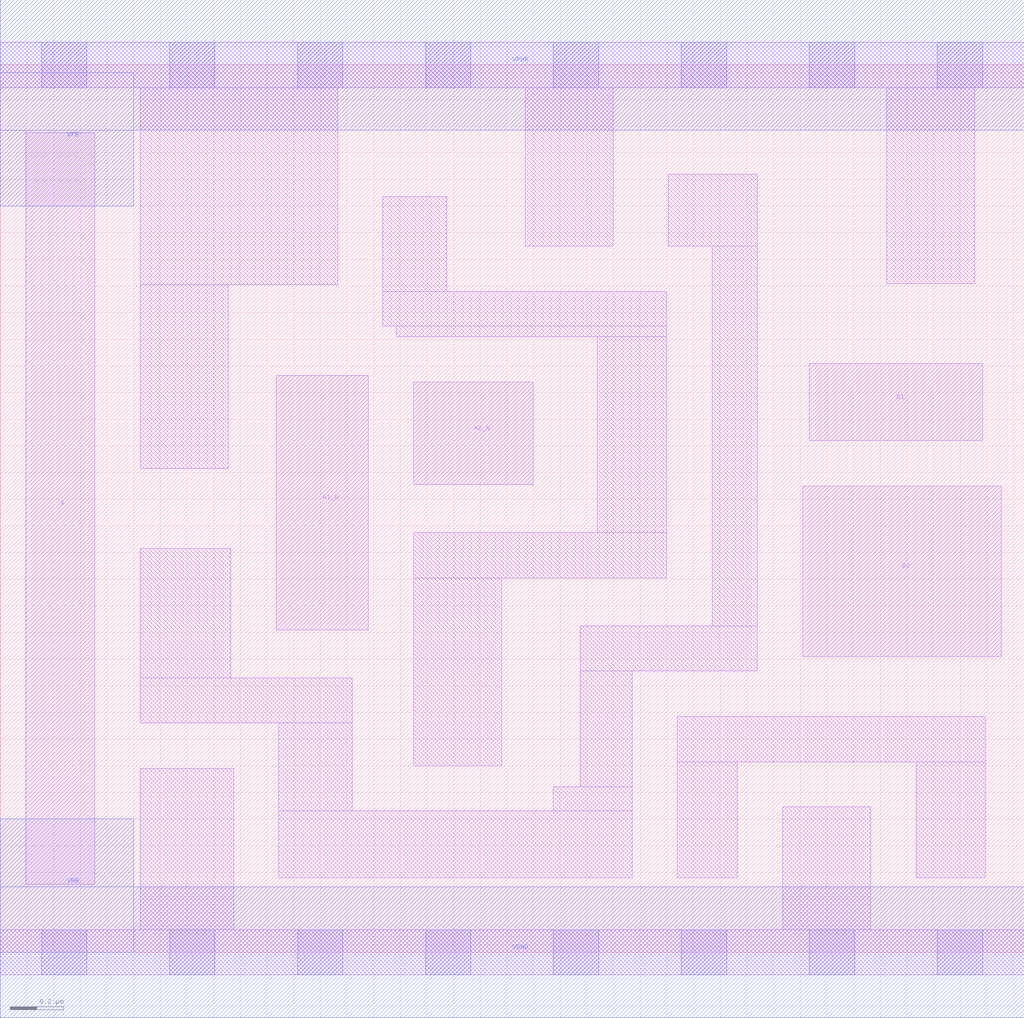
<source format=lef>
# Copyright 2020 The SkyWater PDK Authors
#
# Licensed under the Apache License, Version 2.0 (the "License");
# you may not use this file except in compliance with the License.
# You may obtain a copy of the License at
#
#     https://www.apache.org/licenses/LICENSE-2.0
#
# Unless required by applicable law or agreed to in writing, software
# distributed under the License is distributed on an "AS IS" BASIS,
# WITHOUT WARRANTIES OR CONDITIONS OF ANY KIND, either express or implied.
# See the License for the specific language governing permissions and
# limitations under the License.
#
# SPDX-License-Identifier: Apache-2.0

VERSION 5.5 ;
NAMESCASESENSITIVE ON ;
BUSBITCHARS "[]" ;
DIVIDERCHAR "/" ;
MACRO sky130_fd_sc_lp__o2bb2a_1
  CLASS CORE ;
  SOURCE USER ;
  ORIGIN  0.000000  0.000000 ;
  SIZE  3.840000 BY  3.330000 ;
  SYMMETRY X Y R90 ;
  SITE unit ;
  PIN A1_N
    ANTENNAGATEAREA  0.126000 ;
    DIRECTION INPUT ;
    USE SIGNAL ;
    PORT
      LAYER li1 ;
        RECT 1.035000 1.210000 1.380000 2.165000 ;
    END
  END A1_N
  PIN A2_N
    ANTENNAGATEAREA  0.126000 ;
    DIRECTION INPUT ;
    USE SIGNAL ;
    PORT
      LAYER li1 ;
        RECT 1.550000 1.755000 2.000000 2.140000 ;
    END
  END A2_N
  PIN B1
    ANTENNAGATEAREA  0.126000 ;
    DIRECTION INPUT ;
    USE SIGNAL ;
    PORT
      LAYER li1 ;
        RECT 3.035000 1.920000 3.685000 2.210000 ;
    END
  END B1
  PIN B2
    ANTENNAGATEAREA  0.126000 ;
    DIRECTION INPUT ;
    USE SIGNAL ;
    PORT
      LAYER li1 ;
        RECT 3.010000 1.110000 3.755000 1.750000 ;
    END
  END B2
  PIN X
    ANTENNADIFFAREA  0.556500 ;
    DIRECTION OUTPUT ;
    USE SIGNAL ;
    PORT
      LAYER li1 ;
        RECT 0.095000 0.255000 0.355000 3.075000 ;
    END
  END X
  PIN VGND
    DIRECTION INOUT ;
    USE GROUND ;
    PORT
      LAYER met1 ;
        RECT 0.000000 -0.245000 3.840000 0.245000 ;
    END
  END VGND
  PIN VNB
    DIRECTION INOUT ;
    USE GROUND ;
    PORT
      LAYER met1 ;
        RECT 0.000000 0.000000 0.500000 0.500000 ;
    END
  END VNB
  PIN VPB
    DIRECTION INOUT ;
    USE POWER ;
    PORT
      LAYER met1 ;
        RECT 0.000000 2.800000 0.500000 3.300000 ;
    END
  END VPB
  PIN VPWR
    DIRECTION INOUT ;
    USE POWER ;
    PORT
      LAYER met1 ;
        RECT 0.000000 3.085000 3.840000 3.575000 ;
    END
  END VPWR
  OBS
    LAYER li1 ;
      RECT 0.000000 -0.085000 3.840000 0.085000 ;
      RECT 0.000000  3.245000 3.840000 3.415000 ;
      RECT 0.525000  0.085000 0.875000 0.690000 ;
      RECT 0.525000  0.860000 1.320000 1.030000 ;
      RECT 0.525000  1.030000 0.865000 1.515000 ;
      RECT 0.525000  1.815000 0.855000 2.505000 ;
      RECT 0.525000  2.505000 1.265000 3.245000 ;
      RECT 1.045000  0.280000 2.370000 0.530000 ;
      RECT 1.045000  0.530000 1.320000 0.860000 ;
      RECT 1.435000  2.350000 2.500000 2.480000 ;
      RECT 1.435000  2.480000 1.675000 2.835000 ;
      RECT 1.485000  2.310000 2.500000 2.350000 ;
      RECT 1.550000  0.700000 1.880000 1.405000 ;
      RECT 1.550000  1.405000 2.500000 1.575000 ;
      RECT 1.970000  2.650000 2.300000 3.245000 ;
      RECT 2.075000  0.530000 2.370000 0.620000 ;
      RECT 2.175000  0.620000 2.370000 1.055000 ;
      RECT 2.175000  1.055000 2.840000 1.225000 ;
      RECT 2.240000  1.575000 2.500000 2.310000 ;
      RECT 2.505000  2.650000 2.840000 2.920000 ;
      RECT 2.540000  0.280000 2.765000 0.715000 ;
      RECT 2.540000  0.715000 3.695000 0.885000 ;
      RECT 2.670000  1.225000 2.840000 2.650000 ;
      RECT 2.935000  0.085000 3.265000 0.545000 ;
      RECT 3.325000  2.510000 3.655000 3.245000 ;
      RECT 3.435000  0.280000 3.695000 0.715000 ;
    LAYER mcon ;
      RECT 0.155000 -0.085000 0.325000 0.085000 ;
      RECT 0.155000  3.245000 0.325000 3.415000 ;
      RECT 0.635000 -0.085000 0.805000 0.085000 ;
      RECT 0.635000  3.245000 0.805000 3.415000 ;
      RECT 1.115000 -0.085000 1.285000 0.085000 ;
      RECT 1.115000  3.245000 1.285000 3.415000 ;
      RECT 1.595000 -0.085000 1.765000 0.085000 ;
      RECT 1.595000  3.245000 1.765000 3.415000 ;
      RECT 2.075000 -0.085000 2.245000 0.085000 ;
      RECT 2.075000  3.245000 2.245000 3.415000 ;
      RECT 2.555000 -0.085000 2.725000 0.085000 ;
      RECT 2.555000  3.245000 2.725000 3.415000 ;
      RECT 3.035000 -0.085000 3.205000 0.085000 ;
      RECT 3.035000  3.245000 3.205000 3.415000 ;
      RECT 3.515000 -0.085000 3.685000 0.085000 ;
      RECT 3.515000  3.245000 3.685000 3.415000 ;
  END
END sky130_fd_sc_lp__o2bb2a_1
END LIBRARY

</source>
